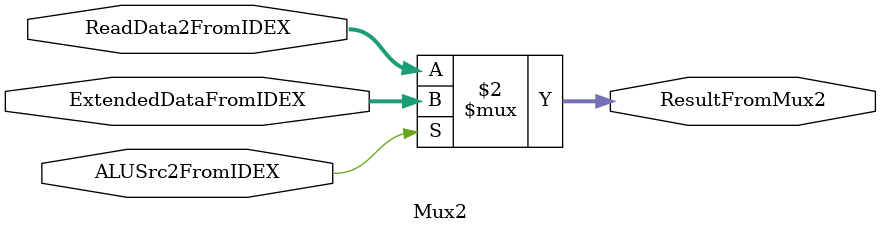
<source format=v>
`timescale 1ns / 1ps

module Mux2(
    input ALUSrc2FromIDEX,
    input [31:0] ReadData2FromIDEX,
    input [31:0] ExtendedDataFromIDEX,
    output [31:0] ResultFromMux2
    );
    assign  ResultFromMux2 = (ALUSrc2FromIDEX == 1) ? ExtendedDataFromIDEX : ReadData2FromIDEX;
endmodule

</source>
